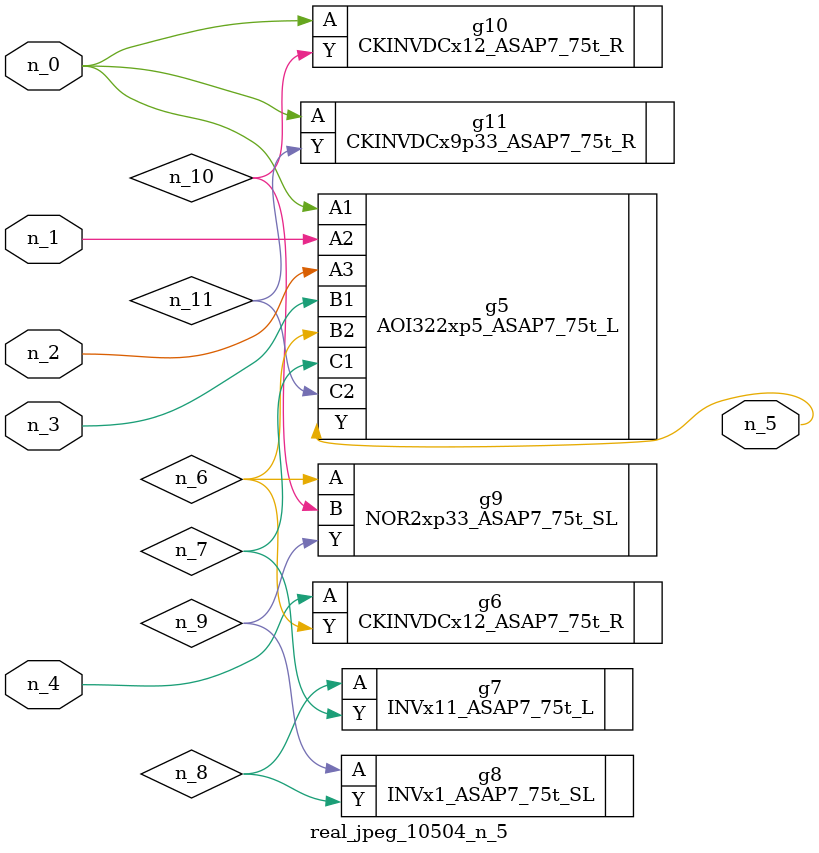
<source format=v>
module real_jpeg_10504_n_5 (n_4, n_0, n_1, n_2, n_3, n_5);

input n_4;
input n_0;
input n_1;
input n_2;
input n_3;

output n_5;

wire n_8;
wire n_11;
wire n_6;
wire n_7;
wire n_10;
wire n_9;

AOI322xp5_ASAP7_75t_L g5 ( 
.A1(n_0),
.A2(n_1),
.A3(n_2),
.B1(n_3),
.B2(n_6),
.C1(n_7),
.C2(n_11),
.Y(n_5)
);

CKINVDCx12_ASAP7_75t_R g10 ( 
.A(n_0),
.Y(n_10)
);

CKINVDCx9p33_ASAP7_75t_R g11 ( 
.A(n_0),
.Y(n_11)
);

CKINVDCx12_ASAP7_75t_R g6 ( 
.A(n_4),
.Y(n_6)
);

NOR2xp33_ASAP7_75t_SL g9 ( 
.A(n_6),
.B(n_10),
.Y(n_9)
);

INVx11_ASAP7_75t_L g7 ( 
.A(n_8),
.Y(n_7)
);

INVx1_ASAP7_75t_SL g8 ( 
.A(n_9),
.Y(n_8)
);


endmodule
</source>
